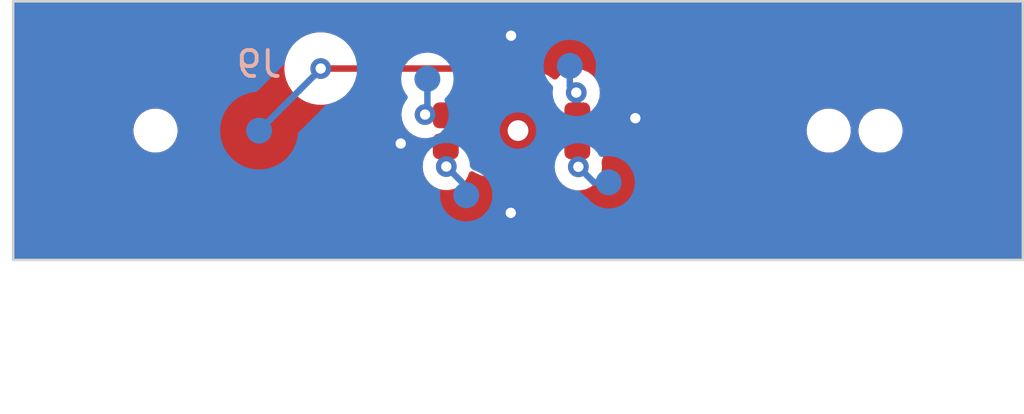
<source format=kicad_pcb>
(kicad_pcb (version 20221018) (generator pcbnew)
  (title_block (title "LGAD carrier board compatible with Chubut 2") (date "2022-08-15") (company "Universität Zürich") (comment 1 "Matias Senger"))
  (layers (0 "F.Cu" signal) (31 "B.Cu" signal) (34 "B.Paste" user) (35 "F.Paste" user) (38 "B.Mask" user) (39 "F.Mask" user) (44 "Edge.Cuts" user))
  (property "board_name" "RD50_TI-LGAD_250_4x4")
  (property "timestamp" "230227")
  (net 0 "")
  (net 1 "Net-(J7-Pin_1)")
  (net 2 "Net-(J10-Pin_1)")
  (net 3 "Net-(J11-Pin_1)")
  (net 4 "Net-(J12-Pin_1)")
  (net 5 "/HV")
  (net 6 "GND")
  (footprint "chubut:MILL-MAX_7625-0-00-15-00-00-03-0_alignment_hole" (layer "F.Cu") (at -14 0)
    (fp_text reference "H2" hide)
    (fp_text value "MountingHole")
    (pad "" np_thru_hole circle (at 0 0) (size 1.1 1.1) (drill 1.1) (layers "*.Cu"))
  )
  (footprint "chubut:TI-LGAD_RD50_P250_4x4" (layer "F.Cu") (at 0 0)
    (fp_text reference "U1" hide)
    (fp_text value "LGAD_4CH_dual")
    (pad "" np_thru_hole circle (at 0 0 90) (size 0.8 0.8) (drill 0.8) (layers "F&B.Cu"))
    (pad "1" smd roundrect (at -0.25 -0.25) (size 2.08 2.08) (layers "F.Cu" "F.Mask") (roundrect_rratio 0.125) (net 5 "/HV"))
    (pad "2" smd roundrect (at -0.25 -2.79) (size 2.08 1) (layers "F.Cu" "F.Mask") (net 6 "GND"))
    (pad "2" smd roundrect (at -0.25 2.3) (size 2.08 1) (layers "F.Cu" "F.Mask") (net 6 "GND"))
    (pad "3" smd roundrect (at -2.79 -0.59) (size 1 1) (layers "F.Cu" "F.Mask") (net 4 "Net-(J12-Pin_1)"))
    (pad "4" smd roundrect (at -2.79 0.61) (size 1 1) (layers "F.Cu" "F.Mask") (net 3 "Net-(J11-Pin_1)"))
    (pad "5" smd roundrect (at 2.29 0.61) (size 1 1) (layers "F.Cu" "F.Mask") (net 2 "Net-(J10-Pin_1)"))
    (pad "6" smd roundrect (at 2.29 -0.59) (size 1 1) (layers "F.Cu" "F.Mask") (net 1 "Net-(J7-Pin_1)"))
  )
  (footprint "chubut:MILL-MAX_7625-0-00-15-00-00-03-0_alignment_hole" (layer "F.Cu") (at 14 0)
    (fp_text reference "H1" hide)
    (fp_text value "MountingHole")
    (pad "" np_thru_hole circle (at 0 0) (size 1.1 1.1) (drill 1.1) (layers "*.Cu"))
  )
  (footprint "chubut:MILL-MAX_7625-0-00-15-00-00-03-0_alignment_hole" (layer "F.Cu") (at 12 0)
    (fp_text reference "H5" hide)
    (fp_text value "MountingHole")
    (pad "" np_thru_hole circle (at 0 0) (size 1.1 1.1) (drill 1.1) (layers "*.Cu"))
  )
  (footprint "chubut:MILL-MAX_0965-0-15-20-80-14-11-0_contact" (layer "B.Cu") (at -5.5 0.5 180)
    (fp_text reference "J13" hide)
    (fp_text value "CH1")
    (pad "1" smd circle (at 0 0 180) (size 1 1) (layers "B.Cu" "B.Mask") (net 6 "GND"))
  )
  (footprint "chubut:MILL-MAX_0965-0-15-20-80-14-11-0_contact" (layer "B.Cu") (at 2 -2.5 180)
    (fp_text reference "J7" hide)
    (fp_text value "CH1")
    (pad "1" smd circle (at 0 0 180) (size 1 1) (layers "B.Cu" "B.Mask") (net 1 "Net-(J7-Pin_1)"))
  )
  (footprint "chubut:MILL-MAX_0965-0-15-20-80-14-11-0_contact" (layer "B.Cu") (at 5.5 -0.5 180)
    (fp_text reference "J14" hide)
    (fp_text value "CH1")
    (pad "1" smd circle (at 0 0 180) (size 1 1) (layers "B.Cu" "B.Mask") (net 6 "GND"))
  )
  (footprint "chubut:MILL-MAX_0965-0-15-20-80-14-11-0_contact" (layer "B.Cu") (at -3.5 -2 180)
    (fp_text reference "J12" hide)
    (fp_text value "CH1")
    (pad "1" smd circle (at 0 0 180) (size 1 1) (layers "B.Cu" "B.Mask") (net 4 "Net-(J12-Pin_1)"))
  )
  (footprint "chubut:MILL-MAX_0965-0-15-20-80-14-11-0_contact" (layer "B.Cu") (at -10 0 180)
    (fp_text reference "J9" (at 0 2.57 unlocked) (layer "B.SilkS") (effects (justify mirror)))
    (fp_text value "HV")
    (pad "1" smd circle (at 0 0 180) (size 1 1) (layers "B.Cu" "B.Mask") (net 5 "/HV"))
  )
  (footprint "chubut:MILL-MAX_0965-0-15-20-80-14-11-0_contact" (layer "B.Cu") (at -2 2.5 180)
    (fp_text reference "J11" hide)
    (fp_text value "CH1")
    (pad "1" smd circle (at 0 0 180) (size 1 1) (layers "B.Cu" "B.Mask") (net 3 "Net-(J11-Pin_1)"))
  )
  (footprint "chubut:MILL-MAX_0965-0-15-20-80-14-11-0_contact" (layer "B.Cu") (at 3.5 2 180)
    (fp_text reference "J10" hide)
    (fp_text value "CH1")
    (pad "1" smd circle (at 0 0 180) (size 1 1) (layers "B.Cu" "B.Mask") (net 2 "Net-(J10-Pin_1)"))
  )
  (gr_rect (start -19.5 -5) (end 19.5 5) (stroke (width 0.1)) (fill none) (layer "Edge.Cuts"))
  (segment (start 2.25 -0.63) (end 2.29 -0.59) (width 0.25) (layer "F.Cu") (net 1))
  (segment (start 2.25 -1.47) (end 2.25 -0.63) (width 0.25) (layer "F.Cu") (net 1))
  (via (at 2.25 -1.47) (size 0.8) (drill 0.4) (layers "F.Cu" "B.Cu") (net 1))
  (segment (start 2 -2.5) (end 2 -1.72) (width 0.25) (layer "B.Cu") (net 1))
  (segment (start 2 -1.72) (end 2.25 -1.47) (width 0.25) (layer "B.Cu") (net 1))
  (segment (start 2.33 0.65) (end 2.29 0.61) (width 0.25) (layer "F.Cu") (net 2))
  (segment (start 2.33 1.4) (end 2.33 0.65) (width 0.25) (layer "F.Cu") (net 2))
  (via (at 2.33 1.4) (size 0.8) (drill 0.4) (layers "F.Cu" "B.Cu") (net 2))
  (segment (start 3.5 2) (end 2.93 2) (width 0.25) (layer "B.Cu") (net 2))
  (segment (start 2.93 2) (end 2.33 1.4) (width 0.25) (layer "B.Cu") (net 2))
  (segment (start -2.77 0.63) (end -2.79 0.61) (width 0.25) (layer "F.Cu") (net 3))
  (segment (start -2.77 1.39) (end -2.77 0.63) (width 0.25) (layer "F.Cu") (net 3))
  (via (at -2.77 1.39) (size 0.8) (drill 0.4) (layers "F.Cu" "B.Cu") (net 3))
  (segment (start -2 2.5) (end -2 2.16) (width 0.25) (layer "B.Cu") (net 3))
  (segment (start -2 2.16) (end -2.77 1.39) (width 0.25) (layer "B.Cu") (net 3))
  (segment (start -2.82 -0.62) (end -2.79 -0.59) (width 0.25) (layer "F.Cu") (net 4))
  (segment (start -3.59 -0.62) (end -2.82 -0.62) (width 0.25) (layer "F.Cu") (net 4))
  (via (at -3.59 -0.62) (size 0.8) (drill 0.4) (layers "F.Cu" "B.Cu") (net 4))
  (segment (start -3.5 -0.71) (end -3.59 -0.62) (width 0.25) (layer "B.Cu") (net 4))
  (segment (start -3.5 -2) (end -3.5 -0.71) (width 0.25) (layer "B.Cu") (net 4))
  (segment (start -7.62 -2.4) (end -2.4 -2.4) (width 0.25) (layer "F.Cu") (net 5))
  (segment (start -2.4 -2.4) (end -0.25 -0.25) (width 0.25) (layer "F.Cu") (net 5))
  (via (at -7.62 -2.4) (size 0.8) (drill 0.4) (layers "F.Cu" "B.Cu") (net 5))
  (segment (start -10 0) (end -7.62 -2.38) (width 0.25) (layer "B.Cu") (net 5))
  (segment (start -7.62 -2.38) (end -7.62 -2.4) (width 0.25) (layer "B.Cu") (net 5))
  (via (at -0.28 3.18) (size 0.8) (drill 0.4) (layers "F.Cu" "B.Cu") (net 6))
  (via (at -0.27 -3.67) (size 0.8) (drill 0.4) (layers "F.Cu" "B.Cu") (net 6))
  (via (at -4.53 0.5) (size 0.8) (drill 0.4) (layers "F.Cu" "B.Cu") (net 6))
  (via (at 4.53 -0.48) (size 0.8) (drill 0.4) (layers "F.Cu" "B.Cu") (net 6))
  (zone (net 6) (net_name "GND") (layers "F&B.Cu") (connect_pads yes (clearance 0.508)) (min_thickness 0.254) (fill yes (thermal_gap 0.508) (thermal_bridge_width 0.508))
    (polygon (pts (xy 19.49167 5.023203) (xy -19.50833 5.023203) (xy -19.50833 -5.026797) (xy 19.49167 -5.026797)))
  )
)
</source>
